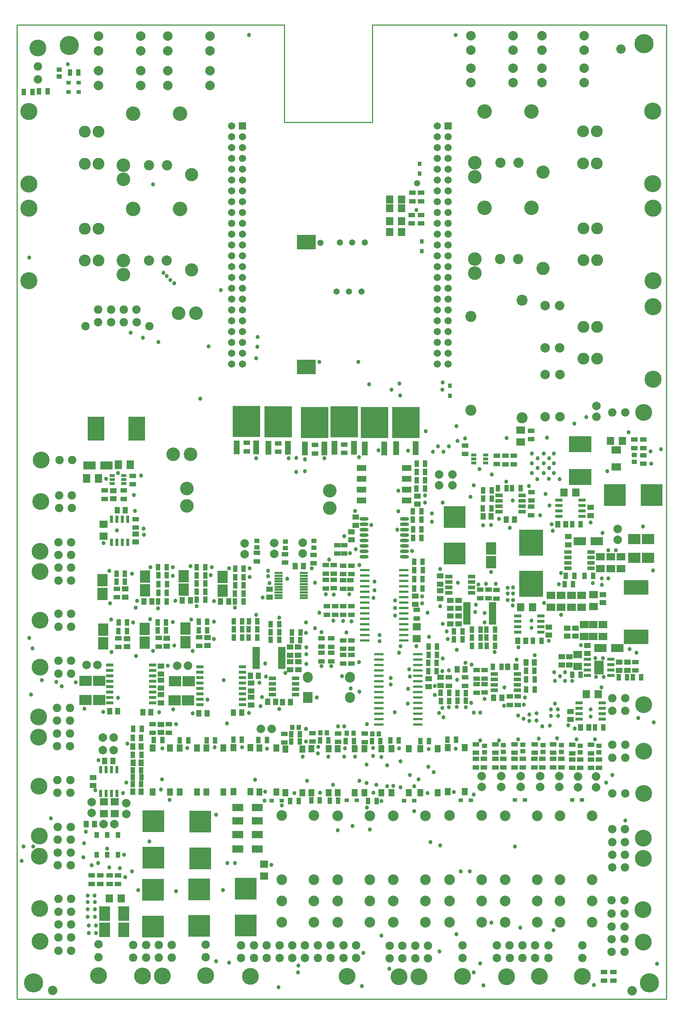
<source format=gts>
G04*
G04 #@! TF.GenerationSoftware,Altium Limited,Altium Designer,18.1.11 (251)*
G04*
G04 Layer_Color=8388736*
%FSLAX25Y25*%
%MOIN*%
G70*
G01*
G75*
%ADD10C,0.01000*%
%ADD39R,0.09000X0.02400*%
%ADD63C,0.03800*%
%ADD64R,0.06509X0.07690*%
%ADD65R,0.04934X0.06312*%
%ADD66R,0.04343X0.06115*%
%ADD67R,0.06312X0.04934*%
%ADD68C,0.08674*%
%ADD69R,0.15761X0.22453*%
%ADD70R,0.06115X0.04343*%
%ADD71R,0.07887X0.06509*%
%ADD72R,0.22847X0.13398*%
%ADD73R,0.04540X0.03162*%
%ADD74R,0.11430X0.07493*%
%ADD75R,0.03162X0.06509*%
%ADD76R,0.06509X0.07887*%
%ADD77R,0.04540X0.04343*%
%ADD78R,0.20485X0.20485*%
%ADD79R,0.07690X0.06509*%
%ADD80R,0.06706X0.02572*%
%ADD81R,0.04343X0.04540*%
%ADD82R,0.06902X0.03359*%
%ADD83R,0.07808X0.02454*%
%ADD84R,0.09698X0.11824*%
%ADD85R,0.06509X0.03162*%
%ADD86R,0.11824X0.09698*%
%ADD87R,0.10249X0.13595*%
%ADD88R,0.17335X0.13398*%
%ADD89R,0.03359X0.04343*%
%ADD90R,0.04343X0.03359*%
%ADD91R,0.05524X0.12611*%
%ADD92R,0.25406X0.29147*%
%ADD93R,0.09068X0.10052*%
%ADD94O,0.09068X0.10052*%
%ADD95R,0.22060X0.24422*%
%ADD96R,0.05721X0.07099*%
%ADD97R,0.03950X0.05524*%
%ADD98O,0.08280X0.03162*%
%ADD99R,0.10249X0.06902*%
%ADD100R,0.08674X0.12611*%
%ADD101R,0.04737X0.02769*%
%ADD102R,0.08871X0.07099*%
%ADD103R,0.20879X0.14580*%
%ADD104R,0.20485X0.20485*%
%ADD105R,0.08832X0.05328*%
%ADD106C,0.06706*%
%ADD107R,0.06706X0.06706*%
%ADD108C,0.07887*%
%ADD109C,0.10249*%
%ADD110C,0.08800*%
%ADD111C,0.12611*%
%ADD112C,0.10958*%
%ADD113C,0.15800*%
%ADD114C,0.07800*%
%ADD115C,0.15600*%
%ADD116C,0.17729*%
%ADD117C,0.09855*%
%ADD118C,0.09461*%
%ADD119C,0.12200*%
%ADD120C,0.13398*%
%ADD121C,0.05800*%
D10*
X347000Y868500D02*
Y958500D01*
Y868500D02*
X428500D01*
Y958500D01*
X700000D01*
Y58500D02*
Y958500D01*
X100000Y58500D02*
X700000D01*
X100000D02*
Y958500D01*
X347000D01*
D39*
X470333Y312261D02*
D03*
Y317261D02*
D03*
Y322261D02*
D03*
Y327261D02*
D03*
Y332261D02*
D03*
Y337261D02*
D03*
Y342261D02*
D03*
Y347261D02*
D03*
Y352261D02*
D03*
Y357261D02*
D03*
Y362261D02*
D03*
Y367261D02*
D03*
Y372261D02*
D03*
Y377261D02*
D03*
X434333D02*
D03*
Y372261D02*
D03*
Y367261D02*
D03*
Y362261D02*
D03*
Y357261D02*
D03*
Y352261D02*
D03*
Y347261D02*
D03*
Y342261D02*
D03*
Y337261D02*
D03*
Y332261D02*
D03*
Y327261D02*
D03*
Y322261D02*
D03*
Y317261D02*
D03*
Y312261D02*
D03*
X421313Y389878D02*
D03*
Y394878D02*
D03*
Y399878D02*
D03*
Y404878D02*
D03*
Y409878D02*
D03*
Y414878D02*
D03*
Y419878D02*
D03*
Y424878D02*
D03*
Y429878D02*
D03*
Y434878D02*
D03*
Y439878D02*
D03*
Y444878D02*
D03*
Y449878D02*
D03*
Y454878D02*
D03*
X457313D02*
D03*
Y449878D02*
D03*
Y444878D02*
D03*
Y439878D02*
D03*
Y434878D02*
D03*
Y429878D02*
D03*
Y424878D02*
D03*
Y419878D02*
D03*
Y414878D02*
D03*
Y409878D02*
D03*
Y404878D02*
D03*
Y399878D02*
D03*
Y394878D02*
D03*
Y389878D02*
D03*
D63*
X348014Y359931D02*
D03*
X522000Y247500D02*
D03*
X588500Y525000D02*
D03*
X672500Y378437D02*
D03*
X180106Y479740D02*
D03*
X217488Y487500D02*
D03*
X615000Y590000D02*
D03*
X301495Y420000D02*
D03*
X403000Y290000D02*
D03*
X538228Y496500D02*
D03*
X514500Y369000D02*
D03*
X498996Y362303D02*
D03*
X519779Y332165D02*
D03*
X429000Y290402D02*
D03*
X378500Y291500D02*
D03*
X332024Y454032D02*
D03*
Y449031D02*
D03*
X333500Y442807D02*
D03*
X296000Y456591D02*
D03*
X185500Y454000D02*
D03*
X266291Y421500D02*
D03*
X230567Y419435D02*
D03*
X209683Y420000D02*
D03*
X260974Y409236D02*
D03*
X282000Y391000D02*
D03*
X222974Y409500D02*
D03*
X210000Y375500D02*
D03*
X245500Y385000D02*
D03*
X392000Y256500D02*
D03*
X368000Y260000D02*
D03*
X241000Y242378D02*
D03*
X436874Y241500D02*
D03*
X592500Y311000D02*
D03*
X640000Y346500D02*
D03*
X563500Y383500D02*
D03*
X587000Y424524D02*
D03*
X602925Y452000D02*
D03*
X678500Y495000D02*
D03*
X687693Y454500D02*
D03*
X641000Y489024D02*
D03*
X595000Y491000D02*
D03*
X646500Y473000D02*
D03*
X645500Y546000D02*
D03*
X366995Y296500D02*
D03*
X552260Y536500D02*
D03*
X526500Y441528D02*
D03*
X569307Y336989D02*
D03*
X505500Y949000D02*
D03*
X284000Y228800D02*
D03*
X416500Y260000D02*
D03*
X597000Y331500D02*
D03*
X558000Y422024D02*
D03*
X187000Y409000D02*
D03*
X223437Y457413D02*
D03*
X260500Y458500D02*
D03*
X665000Y582000D02*
D03*
X314579Y949000D02*
D03*
X626000Y596000D02*
D03*
X477900Y583100D02*
D03*
X507200Y574300D02*
D03*
X552500Y576800D02*
D03*
X589900Y577200D02*
D03*
X688600Y314000D02*
D03*
X691500Y91300D02*
D03*
X531000Y71300D02*
D03*
X418700Y70400D02*
D03*
X179800Y323800D02*
D03*
X262600Y322400D02*
D03*
X288500Y713500D02*
D03*
X325000Y329000D02*
D03*
X449500Y412813D02*
D03*
Y419878D02*
D03*
Y426950D02*
D03*
X568000Y317500D02*
D03*
X601728Y356887D02*
D03*
X175000Y184000D02*
D03*
X185500Y180000D02*
D03*
X195000Y179500D02*
D03*
X169000Y182000D02*
D03*
X161500Y189500D02*
D03*
X241935Y722935D02*
D03*
X238370Y726500D02*
D03*
X245370Y719870D02*
D03*
X235435Y729435D02*
D03*
X277000Y661500D02*
D03*
X269500Y613000D02*
D03*
X585500Y310500D02*
D03*
X563158Y320500D02*
D03*
X493500Y405000D02*
D03*
X497000Y398000D02*
D03*
X506760Y353437D02*
D03*
X392705Y432205D02*
D03*
X413000Y474000D02*
D03*
X416500Y459500D02*
D03*
X385500Y432500D02*
D03*
X390500Y366000D02*
D03*
X381449D02*
D03*
X404500Y397000D02*
D03*
X407814Y470500D02*
D03*
X595752Y122000D02*
D03*
X506000Y118500D02*
D03*
X436874Y117000D02*
D03*
X538668Y543051D02*
D03*
X230700Y665500D02*
D03*
X216500Y669500D02*
D03*
X205000Y674000D02*
D03*
X321000Y650500D02*
D03*
X322500Y670000D02*
D03*
X493500Y628000D02*
D03*
X453500Y627000D02*
D03*
X415500Y647000D02*
D03*
X379500D02*
D03*
X207996Y524000D02*
D03*
X416500Y342500D02*
D03*
X329500Y368500D02*
D03*
X217080Y493113D02*
D03*
X209000Y509500D02*
D03*
X192580Y491550D02*
D03*
X214740Y542000D02*
D03*
X182500Y539050D02*
D03*
X193500Y544550D02*
D03*
X402476Y485998D02*
D03*
X114500Y382500D02*
D03*
X113222Y339722D02*
D03*
X111500Y392000D02*
D03*
X104500Y186000D02*
D03*
X522000Y83000D02*
D03*
X444100Y86600D02*
D03*
X490500Y102500D02*
D03*
X633000Y71500D02*
D03*
X528000Y91500D02*
D03*
X206500Y176500D02*
D03*
X212000Y159000D02*
D03*
X200080Y171000D02*
D03*
X199000Y191748D02*
D03*
X222563Y204000D02*
D03*
X162000Y202500D02*
D03*
X198000Y248939D02*
D03*
X359914Y83000D02*
D03*
X284000Y93500D02*
D03*
X360000Y89500D02*
D03*
X296250Y92250D02*
D03*
X341831Y69500D02*
D03*
X674000Y318000D02*
D03*
X662000Y223500D02*
D03*
X644500Y258500D02*
D03*
X650027Y265473D02*
D03*
X641500Y373500D02*
D03*
X634500D02*
D03*
X601390Y538857D02*
D03*
X580890D02*
D03*
X591618Y539000D02*
D03*
X606500Y352500D02*
D03*
Y360500D02*
D03*
X613063Y352378D02*
D03*
X597000Y352568D02*
D03*
X596500Y360500D02*
D03*
X642000Y356000D02*
D03*
X635000D02*
D03*
X666000Y381878D02*
D03*
X621232Y385378D02*
D03*
X600772Y441811D02*
D03*
X602925Y413563D02*
D03*
X575362Y401500D02*
D03*
X575531Y408012D02*
D03*
X596228Y544437D02*
D03*
Y553437D02*
D03*
Y562500D02*
D03*
X131500Y225500D02*
D03*
X630000Y319500D02*
D03*
X402500Y282500D02*
D03*
X452500Y508996D02*
D03*
X510000Y176500D02*
D03*
X560252Y199500D02*
D03*
X429000Y283000D02*
D03*
X378200Y285500D02*
D03*
X375500Y443057D02*
D03*
X106000Y199500D02*
D03*
X115000D02*
D03*
X141500Y347500D02*
D03*
X291000Y353000D02*
D03*
X446000Y621500D02*
D03*
X400500Y356887D02*
D03*
X463000Y265500D02*
D03*
X469278Y787500D02*
D03*
X409000Y407500D02*
D03*
X490000Y322850D02*
D03*
X449000Y323500D02*
D03*
X461000Y331500D02*
D03*
X445500Y349000D02*
D03*
X586890Y544500D02*
D03*
X575728D02*
D03*
X514063Y576500D02*
D03*
X429500Y249100D02*
D03*
X380000Y249287D02*
D03*
X356500Y248939D02*
D03*
X328878Y241878D02*
D03*
X367000Y308000D02*
D03*
X147000Y922000D02*
D03*
X315000Y456463D02*
D03*
X358000Y545551D02*
D03*
Y558456D02*
D03*
X416000Y559000D02*
D03*
X366000Y546283D02*
D03*
X366200Y557000D02*
D03*
X351000Y558000D02*
D03*
X321229D02*
D03*
X558000Y519000D02*
D03*
X506216Y587716D02*
D03*
X594000Y497000D02*
D03*
X412500Y509500D02*
D03*
X427500Y496563D02*
D03*
X452500Y528000D02*
D03*
X388500Y464500D02*
D03*
X372500Y456551D02*
D03*
X335109Y182600D02*
D03*
X183500Y197500D02*
D03*
X173000Y119500D02*
D03*
X166500D02*
D03*
X173000Y126571D02*
D03*
X166500D02*
D03*
X425500Y626500D02*
D03*
X327000Y429500D02*
D03*
X653500Y473000D02*
D03*
X632000Y442807D02*
D03*
X482000Y203500D02*
D03*
X491000Y200500D02*
D03*
X408500Y345387D02*
D03*
X377000Y337000D02*
D03*
X342437Y326500D02*
D03*
X172500Y251500D02*
D03*
X591728Y549000D02*
D03*
X581228D02*
D03*
X586728Y553500D02*
D03*
X575728D02*
D03*
X591728Y558000D02*
D03*
X581228D02*
D03*
X586728Y562500D02*
D03*
X575728D02*
D03*
X451500Y492000D02*
D03*
X477284Y523900D02*
D03*
X349803Y446697D02*
D03*
X330000Y356500D02*
D03*
X326500Y337500D02*
D03*
X469000Y384340D02*
D03*
X528000Y323000D02*
D03*
X573500Y321500D02*
D03*
X522000Y323000D02*
D03*
X494000Y318850D02*
D03*
X580000Y315700D02*
D03*
X573500Y315500D02*
D03*
X580000Y322500D02*
D03*
X493000Y327500D02*
D03*
X486216Y339609D02*
D03*
X550000Y329500D02*
D03*
X493500Y373000D02*
D03*
X493000Y361500D02*
D03*
X486000Y347969D02*
D03*
X445500Y355000D02*
D03*
X467000Y232000D02*
D03*
Y255000D02*
D03*
X423000Y258000D02*
D03*
Y275000D02*
D03*
X442000Y274500D02*
D03*
Y255000D02*
D03*
X454500Y254000D02*
D03*
X432000Y256500D02*
D03*
X234000Y261500D02*
D03*
X233000Y252000D02*
D03*
X320000Y261000D02*
D03*
X453000Y378437D02*
D03*
X479500Y415500D02*
D03*
X474500Y424000D02*
D03*
Y430500D02*
D03*
X401600Y407924D02*
D03*
X392500Y408012D02*
D03*
X379500Y415512D02*
D03*
X461500Y345000D02*
D03*
X462500Y363000D02*
D03*
X294000Y313000D02*
D03*
X423500Y312500D02*
D03*
Y235500D02*
D03*
X410000Y218500D02*
D03*
X396472Y214500D02*
D03*
X420000Y101000D02*
D03*
X695000Y566500D02*
D03*
X686000Y553000D02*
D03*
X375500Y401000D02*
D03*
X381449Y397563D02*
D03*
X454000Y616000D02*
D03*
X493000Y621500D02*
D03*
X315100Y448550D02*
D03*
X279000Y450000D02*
D03*
X244059Y449590D02*
D03*
X171740Y154000D02*
D03*
X165500D02*
D03*
X172039Y148000D02*
D03*
X165539D02*
D03*
X172000Y134500D02*
D03*
X165539D02*
D03*
Y141500D02*
D03*
X172000D02*
D03*
X123000Y353000D02*
D03*
X136500Y351500D02*
D03*
X322000Y661000D02*
D03*
X499000Y569000D02*
D03*
X494000Y564000D02*
D03*
X489000Y569000D02*
D03*
X484500Y564000D02*
D03*
X434000Y565500D02*
D03*
X321000Y413563D02*
D03*
X407000Y432500D02*
D03*
X416000Y369787D02*
D03*
X111500Y743500D02*
D03*
X435000Y389000D02*
D03*
Y394878D02*
D03*
X454500Y384500D02*
D03*
X485000Y268000D02*
D03*
X471000Y261500D02*
D03*
X480000Y273000D02*
D03*
X201000Y258500D02*
D03*
X163890Y213051D02*
D03*
X175490Y279051D02*
D03*
X154500Y351300D02*
D03*
X430500Y444000D02*
D03*
Y436000D02*
D03*
X429500Y429000D02*
D03*
X282000Y407050D02*
D03*
X244000Y406666D02*
D03*
X207600Y406550D02*
D03*
X280000Y457550D02*
D03*
X244000D02*
D03*
X206500Y451550D02*
D03*
X282000Y426050D02*
D03*
X246500Y426626D02*
D03*
X211000D02*
D03*
X342600Y410943D02*
D03*
X366995Y406500D02*
D03*
X367000Y396827D02*
D03*
X367500Y383500D02*
D03*
Y377000D02*
D03*
Y368000D02*
D03*
X324262Y350850D02*
D03*
X314500Y322750D02*
D03*
X247000Y312350D02*
D03*
X231500Y323350D02*
D03*
X239541Y366350D02*
D03*
X276000Y335300D02*
D03*
X193500Y336800D02*
D03*
X244500Y326300D02*
D03*
X162500Y326800D02*
D03*
X186000Y424050D02*
D03*
X262500Y380291D02*
D03*
X225724Y380000D02*
D03*
X187500Y379000D02*
D03*
X518500Y176500D02*
D03*
X465000Y472500D02*
D03*
X477000Y517000D02*
D03*
X493500D02*
D03*
X483500Y507000D02*
D03*
X519000Y522500D02*
D03*
X522000Y533000D02*
D03*
X483500Y499500D02*
D03*
X573051Y532437D02*
D03*
X555551Y493937D02*
D03*
X583551Y505437D02*
D03*
X530794Y496260D02*
D03*
X545621Y502000D02*
D03*
X538000Y453126D02*
D03*
X454500Y278000D02*
D03*
X503878Y249850D02*
D03*
X426000Y215000D02*
D03*
X344664Y237364D02*
D03*
X329500Y250000D02*
D03*
X202000Y294500D02*
D03*
X247000Y158000D02*
D03*
X290500Y159000D02*
D03*
X301500Y184000D02*
D03*
X294500D02*
D03*
X402500Y310500D02*
D03*
X396937D02*
D03*
X565000Y124331D02*
D03*
X538500Y129000D02*
D03*
X447815Y255575D02*
D03*
X479500Y248939D02*
D03*
X364028Y282500D02*
D03*
X387874D02*
D03*
X412374D02*
D03*
X453000Y290302D02*
D03*
X282767Y291000D02*
D03*
X331136Y289739D02*
D03*
X234600Y290000D02*
D03*
X257367Y290500D02*
D03*
X505488Y289965D02*
D03*
X480320Y289551D02*
D03*
X436874Y282000D02*
D03*
X308000Y291000D02*
D03*
X600000Y320000D02*
D03*
X593425D02*
D03*
X599760Y326000D02*
D03*
X593500D02*
D03*
X506563Y328500D02*
D03*
X514716Y328109D02*
D03*
X499168Y328105D02*
D03*
X506500Y381000D02*
D03*
X541500Y379000D02*
D03*
X553539Y433000D02*
D03*
X558500D02*
D03*
X553520Y427020D02*
D03*
X520000Y367500D02*
D03*
X491000Y421488D02*
D03*
X507614Y443057D02*
D03*
X491000Y455780D02*
D03*
X480776Y393224D02*
D03*
X463000Y356500D02*
D03*
X615500Y308437D02*
D03*
X609500Y311500D02*
D03*
X634000Y298500D02*
D03*
X617000D02*
D03*
X599000Y299500D02*
D03*
X582000Y299000D02*
D03*
X563158Y298500D02*
D03*
X545621Y297500D02*
D03*
X528000D02*
D03*
X498087Y391000D02*
D03*
X523500Y416169D02*
D03*
X532055Y406488D02*
D03*
X532224Y414988D02*
D03*
X524000Y422780D02*
D03*
X542500Y442126D02*
D03*
X533626Y442038D02*
D03*
X568500Y330500D02*
D03*
X532268Y335843D02*
D03*
X630094Y326000D02*
D03*
X550522Y346500D02*
D03*
X561668Y372213D02*
D03*
X578500Y376203D02*
D03*
X591500Y389500D02*
D03*
X558500Y427020D02*
D03*
Y438713D02*
D03*
X553539Y438500D02*
D03*
X640500Y441000D02*
D03*
X646634Y447063D02*
D03*
X640634Y447000D02*
D03*
X592000Y514500D02*
D03*
X630000Y498900D02*
D03*
X384000Y558000D02*
D03*
X527528Y548000D02*
D03*
X685500Y564500D02*
D03*
X461500Y565000D02*
D03*
X225953Y811000D02*
D03*
D64*
X455512Y797000D02*
D03*
X444488D02*
D03*
X455362Y789000D02*
D03*
X444339D02*
D03*
X605488Y526500D02*
D03*
X616512D02*
D03*
X185488Y151500D02*
D03*
X196512D02*
D03*
X637012Y340000D02*
D03*
X625988D02*
D03*
X444315Y777000D02*
D03*
X455339D02*
D03*
Y767000D02*
D03*
X444315D02*
D03*
X565500Y420500D02*
D03*
X576524D02*
D03*
X659339Y574000D02*
D03*
X648315D02*
D03*
D65*
X295684Y425799D02*
D03*
X288204D02*
D03*
X307740Y323000D02*
D03*
X300260D02*
D03*
X185760Y324500D02*
D03*
X193240D02*
D03*
X268260Y322500D02*
D03*
X275740D02*
D03*
X514240Y363000D02*
D03*
X506760D02*
D03*
X331760Y333000D02*
D03*
X339240D02*
D03*
X364764Y458532D02*
D03*
X357283D02*
D03*
X260429Y426972D02*
D03*
X252949D02*
D03*
X224969Y425751D02*
D03*
X217488D02*
D03*
X223836Y323450D02*
D03*
X216356D02*
D03*
X323240Y357273D02*
D03*
X315760D02*
D03*
X188740Y278500D02*
D03*
X181260D02*
D03*
X214740Y291895D02*
D03*
X207260D02*
D03*
X214916Y276713D02*
D03*
X207436D02*
D03*
X214740Y250224D02*
D03*
X207260D02*
D03*
X164260Y220000D02*
D03*
X171740D02*
D03*
X628440Y309500D02*
D03*
X620960D02*
D03*
X552260Y501500D02*
D03*
X559740D02*
D03*
X570539Y369335D02*
D03*
X578020D02*
D03*
X553539Y365439D02*
D03*
X561020D02*
D03*
X548020Y336765D02*
D03*
X540539D02*
D03*
X562760Y389500D02*
D03*
X570240D02*
D03*
X599760Y497000D02*
D03*
X607240D02*
D03*
X530747Y504331D02*
D03*
X538228D02*
D03*
X200240Y510000D02*
D03*
X192760D02*
D03*
X345323Y332760D02*
D03*
X352803D02*
D03*
D66*
X342437Y390390D02*
D03*
X334563D02*
D03*
X342437Y397327D02*
D03*
X334563D02*
D03*
X342437Y404827D02*
D03*
X334563D02*
D03*
X362000Y397118D02*
D03*
X354126D02*
D03*
X361937Y390000D02*
D03*
X354063D02*
D03*
X156937Y914500D02*
D03*
X149063D02*
D03*
X613063Y358269D02*
D03*
X620937D02*
D03*
X656063Y355738D02*
D03*
X663937D02*
D03*
X266252Y449921D02*
D03*
X274126D02*
D03*
X230663Y450063D02*
D03*
X238537D02*
D03*
X230567Y457432D02*
D03*
X238441D02*
D03*
X473770Y508996D02*
D03*
X465896D02*
D03*
X473770Y501559D02*
D03*
X465896D02*
D03*
X473924Y492563D02*
D03*
X466050D02*
D03*
X473924Y484531D02*
D03*
X466050D02*
D03*
X467231Y454642D02*
D03*
X475105D02*
D03*
X467063Y446500D02*
D03*
X474937D02*
D03*
X467063Y462500D02*
D03*
X474937D02*
D03*
X467085Y437724D02*
D03*
X474959D02*
D03*
X534063Y384710D02*
D03*
X541937D02*
D03*
X533858Y392368D02*
D03*
X541732D02*
D03*
X528327Y399891D02*
D03*
X520453D02*
D03*
X528437Y384710D02*
D03*
X520563D02*
D03*
X528327Y392391D02*
D03*
X520453D02*
D03*
X511752Y398224D02*
D03*
X503878D02*
D03*
Y390724D02*
D03*
X511752D02*
D03*
X480369Y384273D02*
D03*
X488243D02*
D03*
X480320Y376588D02*
D03*
X488194D02*
D03*
X480063Y369000D02*
D03*
X487937D02*
D03*
X480063Y361626D02*
D03*
X487937D02*
D03*
X506980Y341067D02*
D03*
X514854D02*
D03*
Y334067D02*
D03*
X506980D02*
D03*
X491626Y341478D02*
D03*
X499500D02*
D03*
X499634Y333906D02*
D03*
X491760D02*
D03*
X353543Y296465D02*
D03*
X361417D02*
D03*
X353563Y303000D02*
D03*
X361437D02*
D03*
X314329Y407617D02*
D03*
X322203D02*
D03*
X314258Y400063D02*
D03*
X322132D02*
D03*
X314258Y392563D02*
D03*
X322132D02*
D03*
X308266Y407617D02*
D03*
X300392D02*
D03*
X308288Y400167D02*
D03*
X300414D02*
D03*
X308288Y392494D02*
D03*
X300414D02*
D03*
X301684Y456299D02*
D03*
X309558D02*
D03*
X301684Y448299D02*
D03*
X309558D02*
D03*
Y440799D02*
D03*
X301684D02*
D03*
X301621Y433299D02*
D03*
X309495D02*
D03*
X309369Y425799D02*
D03*
X301495D02*
D03*
X266252Y457421D02*
D03*
X274126D02*
D03*
Y442421D02*
D03*
X266252D02*
D03*
X266291Y434921D02*
D03*
X274165D02*
D03*
Y427421D02*
D03*
X266291D02*
D03*
X238681Y441881D02*
D03*
X230807D02*
D03*
X230744Y433881D02*
D03*
X238618D02*
D03*
X238441Y425759D02*
D03*
X230567D02*
D03*
X192075Y451557D02*
D03*
X199949D02*
D03*
X192063Y444058D02*
D03*
X199937D02*
D03*
X268063Y399305D02*
D03*
X275937D02*
D03*
X268063Y407305D02*
D03*
X275937D02*
D03*
X230063Y406568D02*
D03*
X237937D02*
D03*
X230063Y399068D02*
D03*
X237937D02*
D03*
X194004Y406389D02*
D03*
X201878D02*
D03*
X193831Y398389D02*
D03*
X201705D02*
D03*
X215437Y308000D02*
D03*
X207563D02*
D03*
X207063Y299894D02*
D03*
X214937D02*
D03*
X207176Y284213D02*
D03*
X215050D02*
D03*
X214937Y269930D02*
D03*
X207063D02*
D03*
X215000Y263430D02*
D03*
X207126D02*
D03*
X207063Y257000D02*
D03*
X214937D02*
D03*
X641882Y309500D02*
D03*
X634008D02*
D03*
X477152Y530117D02*
D03*
X469278D02*
D03*
X477215Y537857D02*
D03*
X469341D02*
D03*
X477284Y545551D02*
D03*
X469410D02*
D03*
X477284Y553051D02*
D03*
X469410D02*
D03*
X120563Y897000D02*
D03*
X128437D02*
D03*
X106563Y896500D02*
D03*
X114437D02*
D03*
X258437Y297563D02*
D03*
X250563D02*
D03*
X533921Y399868D02*
D03*
X541795D02*
D03*
X428063Y296740D02*
D03*
X435937D02*
D03*
X403752Y296909D02*
D03*
X411626D02*
D03*
X380063Y297425D02*
D03*
X387937D02*
D03*
X389063Y241878D02*
D03*
X396937D02*
D03*
X379874Y242000D02*
D03*
X372000D02*
D03*
X360437Y241500D02*
D03*
X352563D02*
D03*
X432437D02*
D03*
X424563D02*
D03*
X505648Y298000D02*
D03*
X497774D02*
D03*
X331073Y297762D02*
D03*
X323199D02*
D03*
X234374Y297787D02*
D03*
X226500D02*
D03*
X283300Y297500D02*
D03*
X275426D02*
D03*
X307937Y298000D02*
D03*
X300063D02*
D03*
X480776Y296740D02*
D03*
X472902D02*
D03*
X452965Y297362D02*
D03*
X445090D02*
D03*
X570563Y344500D02*
D03*
X578437D02*
D03*
X570563Y353923D02*
D03*
X578437D02*
D03*
X578217Y361835D02*
D03*
X570342D02*
D03*
X676937Y355738D02*
D03*
X669063D02*
D03*
X539843Y365439D02*
D03*
X547717D02*
D03*
X632377Y449587D02*
D03*
X624503D02*
D03*
X576870Y389500D02*
D03*
X584744D02*
D03*
X606063Y441811D02*
D03*
X613937D02*
D03*
X607279Y449347D02*
D03*
X615154D02*
D03*
X613063Y497000D02*
D03*
X620937D02*
D03*
X530794Y520850D02*
D03*
X538668D02*
D03*
X552330Y530559D02*
D03*
X544456D02*
D03*
X538424Y511862D02*
D03*
X530550D02*
D03*
X557550Y530413D02*
D03*
X565424D02*
D03*
X538668Y528350D02*
D03*
X530794D02*
D03*
D67*
X352414Y383683D02*
D03*
Y376203D02*
D03*
X359914Y383683D02*
D03*
Y376203D02*
D03*
X360040Y370287D02*
D03*
Y362807D02*
D03*
X352395Y370287D02*
D03*
Y362807D02*
D03*
X603500Y374740D02*
D03*
Y367260D02*
D03*
X610500Y374740D02*
D03*
Y367260D02*
D03*
X608437Y393657D02*
D03*
Y401137D02*
D03*
X616000Y393657D02*
D03*
Y401137D02*
D03*
X627000Y385240D02*
D03*
Y377760D02*
D03*
X413000Y503740D02*
D03*
Y496260D02*
D03*
X409236Y490240D02*
D03*
Y482760D02*
D03*
X470000Y523240D02*
D03*
Y515760D02*
D03*
X468231Y423260D02*
D03*
Y430740D02*
D03*
X491000Y435950D02*
D03*
Y428470D02*
D03*
X508000Y426950D02*
D03*
Y419470D02*
D03*
X500437Y426950D02*
D03*
Y419470D02*
D03*
X507988Y412464D02*
D03*
Y404984D02*
D03*
X500500Y412464D02*
D03*
Y404984D02*
D03*
X491563Y355646D02*
D03*
Y348165D02*
D03*
X480500Y347109D02*
D03*
Y354590D02*
D03*
X333524Y437272D02*
D03*
Y429791D02*
D03*
X200080Y437397D02*
D03*
Y429917D02*
D03*
X276000Y392545D02*
D03*
Y385065D02*
D03*
X238500Y391809D02*
D03*
Y384328D02*
D03*
X201941Y391491D02*
D03*
Y384011D02*
D03*
X316584Y350554D02*
D03*
Y343074D02*
D03*
Y337554D02*
D03*
Y330074D02*
D03*
X233000Y339740D02*
D03*
Y332260D02*
D03*
Y353240D02*
D03*
Y345760D02*
D03*
Y366240D02*
D03*
Y358760D02*
D03*
X170500Y263240D02*
D03*
Y255760D02*
D03*
X609500Y478284D02*
D03*
Y485765D02*
D03*
X491000Y441970D02*
D03*
Y449450D02*
D03*
X233000Y304760D02*
D03*
Y312240D02*
D03*
X611500Y324240D02*
D03*
Y316760D02*
D03*
X664000Y369653D02*
D03*
Y362173D02*
D03*
X656500Y362172D02*
D03*
Y369653D02*
D03*
X591618Y402240D02*
D03*
Y394760D02*
D03*
X641465Y432265D02*
D03*
Y424784D02*
D03*
X630094Y505260D02*
D03*
Y512740D02*
D03*
X189000Y520760D02*
D03*
Y528240D02*
D03*
X209683Y480791D02*
D03*
Y488272D02*
D03*
D68*
X658000Y936000D02*
D03*
X133000Y66500D02*
D03*
X668500Y66000D02*
D03*
D69*
X173299Y585500D02*
D03*
X210701D02*
D03*
D70*
X209683Y501937D02*
D03*
Y494063D02*
D03*
X185760Y164933D02*
D03*
Y172807D02*
D03*
X193500Y164933D02*
D03*
Y172807D02*
D03*
X169000Y164961D02*
D03*
Y172835D02*
D03*
X177000Y164933D02*
D03*
Y172807D02*
D03*
X642500Y83437D02*
D03*
Y75563D02*
D03*
X671500Y361976D02*
D03*
Y369850D02*
D03*
X181000Y520563D02*
D03*
Y528437D02*
D03*
X198760Y520563D02*
D03*
Y528437D02*
D03*
X207000Y541937D02*
D03*
Y534063D02*
D03*
X532224Y341720D02*
D03*
Y349594D02*
D03*
X396000Y470063D02*
D03*
Y477937D02*
D03*
X402476D02*
D03*
Y470063D02*
D03*
X321769Y470827D02*
D03*
Y462953D02*
D03*
X469527Y418039D02*
D03*
Y410165D02*
D03*
X514063Y347969D02*
D03*
Y355842D02*
D03*
X499063Y347969D02*
D03*
Y355842D02*
D03*
X347000Y295563D02*
D03*
Y303437D02*
D03*
X409069Y376411D02*
D03*
Y368537D02*
D03*
X401569Y376411D02*
D03*
Y368537D02*
D03*
X390569Y378411D02*
D03*
Y370537D02*
D03*
X381449Y378437D02*
D03*
Y370563D02*
D03*
X409236Y389937D02*
D03*
Y382063D02*
D03*
X401500Y389937D02*
D03*
Y382063D02*
D03*
X390569Y391780D02*
D03*
Y383906D02*
D03*
X381500Y391937D02*
D03*
Y384063D02*
D03*
X409000Y413551D02*
D03*
Y421425D02*
D03*
X401600Y413563D02*
D03*
Y421437D02*
D03*
X394000Y413551D02*
D03*
Y421425D02*
D03*
X386500Y413551D02*
D03*
Y421425D02*
D03*
X408000Y445437D02*
D03*
Y437563D02*
D03*
X401500Y445437D02*
D03*
Y437563D02*
D03*
X392705Y445870D02*
D03*
Y437996D02*
D03*
X385313Y445732D02*
D03*
Y437858D02*
D03*
X409000Y458937D02*
D03*
Y451063D02*
D03*
X401500Y458937D02*
D03*
Y451063D02*
D03*
X392705Y459512D02*
D03*
Y451638D02*
D03*
X385500Y459500D02*
D03*
Y451626D02*
D03*
X192580Y429720D02*
D03*
Y437594D02*
D03*
X268626Y384868D02*
D03*
Y392742D02*
D03*
X231000Y384132D02*
D03*
Y392005D02*
D03*
X193941Y383889D02*
D03*
Y391763D02*
D03*
X225579Y304563D02*
D03*
Y312437D02*
D03*
X651000Y83437D02*
D03*
Y75563D02*
D03*
X543000Y436425D02*
D03*
Y428551D02*
D03*
X535772Y428773D02*
D03*
Y436647D02*
D03*
X528047Y428773D02*
D03*
Y436647D02*
D03*
X240500Y312437D02*
D03*
Y304563D02*
D03*
X575251Y513350D02*
D03*
Y505476D02*
D03*
X575487Y526937D02*
D03*
Y519063D02*
D03*
X374000Y461063D02*
D03*
Y468937D02*
D03*
X464827Y775063D02*
D03*
Y782937D02*
D03*
X473327Y775063D02*
D03*
Y782937D02*
D03*
Y795563D02*
D03*
Y803437D02*
D03*
X465354Y795563D02*
D03*
Y803437D02*
D03*
X421564Y295941D02*
D03*
Y303815D02*
D03*
X396937Y296063D02*
D03*
Y303937D02*
D03*
X373303Y296425D02*
D03*
Y304299D02*
D03*
X630500Y285563D02*
D03*
Y293437D02*
D03*
X613000Y285563D02*
D03*
Y293437D02*
D03*
X595500Y286063D02*
D03*
Y293937D02*
D03*
X630500Y279937D02*
D03*
Y272063D02*
D03*
X613000Y279937D02*
D03*
Y272063D02*
D03*
X595500Y280437D02*
D03*
Y272563D02*
D03*
X578000Y280437D02*
D03*
Y272563D02*
D03*
X578500Y286063D02*
D03*
Y293937D02*
D03*
X559870Y286063D02*
D03*
Y293937D02*
D03*
Y280437D02*
D03*
Y272563D02*
D03*
X542028Y286063D02*
D03*
Y293937D02*
D03*
X542000Y280500D02*
D03*
Y272626D02*
D03*
X524000Y280437D02*
D03*
Y272563D02*
D03*
Y286063D02*
D03*
Y293937D02*
D03*
X637945Y272063D02*
D03*
Y279937D02*
D03*
X620500Y272063D02*
D03*
Y279937D02*
D03*
X603000Y272563D02*
D03*
Y280437D02*
D03*
X585500Y272563D02*
D03*
Y280437D02*
D03*
X567335Y272563D02*
D03*
Y280437D02*
D03*
X549500Y272563D02*
D03*
Y280437D02*
D03*
X531476Y272563D02*
D03*
Y280437D02*
D03*
X562760Y330130D02*
D03*
Y338004D02*
D03*
X555500D02*
D03*
Y330130D02*
D03*
X524780Y362360D02*
D03*
Y354486D02*
D03*
Y349360D02*
D03*
Y341486D02*
D03*
X532279Y354486D02*
D03*
Y362360D02*
D03*
X347774Y461756D02*
D03*
Y469630D02*
D03*
X678827Y560937D02*
D03*
Y553063D02*
D03*
X670327Y575437D02*
D03*
Y567563D02*
D03*
X543600Y560637D02*
D03*
Y552763D02*
D03*
X514063Y562063D02*
D03*
Y569937D02*
D03*
X559100Y560437D02*
D03*
Y552563D02*
D03*
X551400Y560437D02*
D03*
Y552563D02*
D03*
X678827Y575437D02*
D03*
Y567563D02*
D03*
X575251Y583637D02*
D03*
Y575763D02*
D03*
X375500Y562563D02*
D03*
Y570437D02*
D03*
X402500Y563063D02*
D03*
Y570937D02*
D03*
X341500Y564063D02*
D03*
Y571937D02*
D03*
X312500Y564563D02*
D03*
Y572437D02*
D03*
D71*
X624000Y404409D02*
D03*
Y393385D02*
D03*
X632500Y404409D02*
D03*
Y393385D02*
D03*
X641500Y404632D02*
D03*
Y393609D02*
D03*
X565400Y584012D02*
D03*
Y572988D02*
D03*
X658000Y456013D02*
D03*
Y467036D02*
D03*
X648717Y456115D02*
D03*
Y467139D02*
D03*
X639217Y456115D02*
D03*
Y467139D02*
D03*
X618063Y376781D02*
D03*
Y365757D02*
D03*
X632681Y421013D02*
D03*
Y432036D02*
D03*
X621839Y420513D02*
D03*
Y431536D02*
D03*
X612339Y420513D02*
D03*
Y431536D02*
D03*
X602925Y420513D02*
D03*
Y431536D02*
D03*
X593425Y420513D02*
D03*
Y431536D02*
D03*
D72*
X672000Y393043D02*
D03*
Y438713D02*
D03*
D73*
X188057Y542213D02*
D03*
Y538472D02*
D03*
Y534732D02*
D03*
X198884Y542213D02*
D03*
Y538472D02*
D03*
Y534732D02*
D03*
D74*
X182874Y551500D02*
D03*
X167126D02*
D03*
X620126Y481524D02*
D03*
X635874D02*
D03*
X639126Y382769D02*
D03*
X654874D02*
D03*
D75*
X187606Y480512D02*
D03*
X192606D02*
D03*
X197606D02*
D03*
X202606D02*
D03*
X187606Y501968D02*
D03*
X192606D02*
D03*
X197606D02*
D03*
X202606D02*
D03*
X177500Y248575D02*
D03*
X182500D02*
D03*
X187500D02*
D03*
X192500D02*
D03*
X177500Y270425D02*
D03*
X182500D02*
D03*
X187500D02*
D03*
X192500D02*
D03*
D76*
X164488Y539500D02*
D03*
X175512D02*
D03*
X204957Y552000D02*
D03*
X193933D02*
D03*
D77*
X374329Y481699D02*
D03*
Y475597D02*
D03*
X321769Y475768D02*
D03*
Y481870D02*
D03*
X549500Y286949D02*
D03*
Y293051D02*
D03*
X567413Y287449D02*
D03*
Y293551D02*
D03*
X586000Y286949D02*
D03*
Y293051D02*
D03*
X603000Y286949D02*
D03*
Y293051D02*
D03*
X620500Y286449D02*
D03*
Y292551D02*
D03*
X637945Y286449D02*
D03*
Y292551D02*
D03*
X532055Y286449D02*
D03*
Y292551D02*
D03*
X670327Y561051D02*
D03*
Y554949D02*
D03*
X348274Y481240D02*
D03*
Y475138D02*
D03*
X139000Y917051D02*
D03*
Y910949D02*
D03*
D78*
X504500Y503929D02*
D03*
Y470071D02*
D03*
X225953Y125571D02*
D03*
Y159429D02*
D03*
X268500Y126071D02*
D03*
Y159929D02*
D03*
X311500Y126571D02*
D03*
Y160429D02*
D03*
X269500Y222429D02*
D03*
Y188571D02*
D03*
X226224Y222929D02*
D03*
Y189071D02*
D03*
D79*
X469341Y402613D02*
D03*
Y391590D02*
D03*
X180500Y240849D02*
D03*
Y229825D02*
D03*
X190500Y240849D02*
D03*
Y229825D02*
D03*
X328500Y183012D02*
D03*
Y171988D02*
D03*
X180106Y486228D02*
D03*
Y497252D02*
D03*
D80*
X539311Y405824D02*
D03*
Y408384D02*
D03*
Y410943D02*
D03*
Y413502D02*
D03*
Y416061D02*
D03*
Y418620D02*
D03*
Y421179D02*
D03*
Y423738D02*
D03*
X515689Y405824D02*
D03*
Y408384D02*
D03*
Y410943D02*
D03*
Y413502D02*
D03*
Y416061D02*
D03*
Y418620D02*
D03*
Y421179D02*
D03*
Y423738D02*
D03*
X321229Y382575D02*
D03*
Y380016D02*
D03*
Y377457D02*
D03*
Y374898D02*
D03*
Y372339D02*
D03*
Y369779D02*
D03*
Y367220D02*
D03*
Y364661D02*
D03*
X344851Y382575D02*
D03*
Y380016D02*
D03*
Y377457D02*
D03*
Y374898D02*
D03*
Y372339D02*
D03*
Y369779D02*
D03*
Y367220D02*
D03*
Y364661D02*
D03*
D81*
X354449Y309500D02*
D03*
X360551D02*
D03*
X428449Y303378D02*
D03*
X434551D02*
D03*
X404902Y304173D02*
D03*
X411004D02*
D03*
X380449Y304362D02*
D03*
X386551D02*
D03*
D82*
X357544Y339943D02*
D03*
Y344943D02*
D03*
Y349943D02*
D03*
Y354943D02*
D03*
X336284Y339943D02*
D03*
Y344943D02*
D03*
Y349943D02*
D03*
Y354943D02*
D03*
X499000Y448935D02*
D03*
Y443935D02*
D03*
Y438935D02*
D03*
Y433935D02*
D03*
X520260Y448935D02*
D03*
Y443935D02*
D03*
Y438935D02*
D03*
Y433935D02*
D03*
X566881Y508653D02*
D03*
Y513654D02*
D03*
Y518653D02*
D03*
Y523654D02*
D03*
X545621Y508653D02*
D03*
Y513654D02*
D03*
Y518653D02*
D03*
Y523654D02*
D03*
X541150Y358923D02*
D03*
Y353923D02*
D03*
Y348923D02*
D03*
Y343923D02*
D03*
X562409Y358923D02*
D03*
Y353923D02*
D03*
Y348923D02*
D03*
Y343923D02*
D03*
X630346Y456576D02*
D03*
Y461576D02*
D03*
Y466576D02*
D03*
Y471576D02*
D03*
X609087Y456576D02*
D03*
Y461576D02*
D03*
Y466576D02*
D03*
Y471576D02*
D03*
D83*
X341831Y452047D02*
D03*
Y449488D02*
D03*
Y446929D02*
D03*
Y444370D02*
D03*
Y441811D02*
D03*
Y439252D02*
D03*
Y436693D02*
D03*
Y434134D02*
D03*
Y431575D02*
D03*
Y429016D02*
D03*
X365217Y452047D02*
D03*
Y449488D02*
D03*
Y446929D02*
D03*
Y444370D02*
D03*
Y441811D02*
D03*
Y439252D02*
D03*
Y436693D02*
D03*
Y434134D02*
D03*
Y431575D02*
D03*
Y429016D02*
D03*
D84*
X290121Y448398D02*
D03*
Y435799D02*
D03*
X254189Y449272D02*
D03*
Y436673D02*
D03*
X218500Y448799D02*
D03*
Y436201D02*
D03*
X179000Y445392D02*
D03*
Y432794D02*
D03*
X179941Y399694D02*
D03*
Y387096D02*
D03*
X218000Y400468D02*
D03*
Y387869D02*
D03*
X255815Y400903D02*
D03*
Y388305D02*
D03*
X538000Y474799D02*
D03*
Y462201D02*
D03*
D85*
X269000Y365600D02*
D03*
Y360600D02*
D03*
Y355600D02*
D03*
Y350600D02*
D03*
Y345600D02*
D03*
Y340600D02*
D03*
Y335600D02*
D03*
Y330600D02*
D03*
X308567Y365600D02*
D03*
Y360600D02*
D03*
Y355600D02*
D03*
Y350600D02*
D03*
Y345600D02*
D03*
Y340600D02*
D03*
Y335600D02*
D03*
Y330600D02*
D03*
X185894Y366989D02*
D03*
Y361989D02*
D03*
Y356989D02*
D03*
Y351989D02*
D03*
Y346989D02*
D03*
Y341989D02*
D03*
Y336989D02*
D03*
Y331989D02*
D03*
X225461Y366989D02*
D03*
Y361989D02*
D03*
Y356989D02*
D03*
Y351989D02*
D03*
Y346989D02*
D03*
Y341989D02*
D03*
Y336989D02*
D03*
Y331989D02*
D03*
X648665Y357369D02*
D03*
Y362369D02*
D03*
Y367369D02*
D03*
Y372369D02*
D03*
X627209Y357369D02*
D03*
Y362369D02*
D03*
Y367369D02*
D03*
Y372369D02*
D03*
X562791Y412563D02*
D03*
Y407563D02*
D03*
Y402563D02*
D03*
Y397563D02*
D03*
X584248Y412563D02*
D03*
Y407563D02*
D03*
Y402563D02*
D03*
Y397563D02*
D03*
X600772Y519500D02*
D03*
Y514500D02*
D03*
Y509500D02*
D03*
Y504500D02*
D03*
X622228Y519500D02*
D03*
Y514500D02*
D03*
Y509500D02*
D03*
Y504500D02*
D03*
X619366Y332000D02*
D03*
Y327000D02*
D03*
Y322000D02*
D03*
Y317000D02*
D03*
X640823Y332000D02*
D03*
Y327000D02*
D03*
Y322000D02*
D03*
Y317000D02*
D03*
D86*
X245701Y334427D02*
D03*
X258299D02*
D03*
X246201Y352000D02*
D03*
X258799D02*
D03*
X163439Y334814D02*
D03*
X176037D02*
D03*
X163502Y352568D02*
D03*
X176100D02*
D03*
X683228Y466000D02*
D03*
X670630D02*
D03*
X683228Y483500D02*
D03*
X670630D02*
D03*
D87*
X198760Y137500D02*
D03*
X181240D02*
D03*
X198760Y122500D02*
D03*
X181240D02*
D03*
D88*
X367500Y757677D02*
D03*
Y642323D02*
D03*
D89*
X472300Y821072D02*
D03*
Y830128D02*
D03*
X500000Y625028D02*
D03*
Y615972D02*
D03*
X474100Y758428D02*
D03*
Y749372D02*
D03*
D90*
X147972Y905000D02*
D03*
X157028D02*
D03*
X147972Y896500D02*
D03*
X157028D02*
D03*
X457972Y241878D02*
D03*
X467028D02*
D03*
X519307Y242000D02*
D03*
X510252D02*
D03*
X569307Y242500D02*
D03*
X560252D02*
D03*
X612984D02*
D03*
X622039D02*
D03*
X335609Y241878D02*
D03*
X344664D02*
D03*
X414028Y242000D02*
D03*
X404972D02*
D03*
D91*
X421553Y567181D02*
D03*
X439506D02*
D03*
X468476Y567358D02*
D03*
X450524D02*
D03*
X303053Y568181D02*
D03*
X321006D02*
D03*
X332553Y567858D02*
D03*
X350506D02*
D03*
X366053Y567181D02*
D03*
X384006D02*
D03*
X393500Y567858D02*
D03*
X411453D02*
D03*
D92*
X430529Y591000D02*
D03*
X459500Y591177D02*
D03*
X312029Y592000D02*
D03*
X341529Y591677D02*
D03*
X375029Y591000D02*
D03*
X402476Y591677D02*
D03*
D93*
X368838Y337000D02*
D03*
D94*
X407814D02*
D03*
X368838Y355701D02*
D03*
X407814D02*
D03*
D95*
X575000Y480213D02*
D03*
Y442024D02*
D03*
D96*
X513835Y250224D02*
D03*
X498087D02*
D03*
Y290776D02*
D03*
X513835D02*
D03*
X396555Y289776D02*
D03*
X412303D02*
D03*
Y249224D02*
D03*
X396555D02*
D03*
X372252Y289839D02*
D03*
X388000D02*
D03*
Y249287D02*
D03*
X372252D02*
D03*
X488650Y289839D02*
D03*
X472902D02*
D03*
Y249287D02*
D03*
X488650D02*
D03*
X462000Y289839D02*
D03*
X446252D02*
D03*
Y249287D02*
D03*
X462000D02*
D03*
X315874Y290701D02*
D03*
X300126D02*
D03*
Y250150D02*
D03*
X315874D02*
D03*
X290874Y290339D02*
D03*
X275126D02*
D03*
Y249787D02*
D03*
X290874D02*
D03*
X266374Y290402D02*
D03*
X250626D02*
D03*
Y249850D02*
D03*
X266374D02*
D03*
X241327Y290402D02*
D03*
X225579D02*
D03*
Y249850D02*
D03*
X241327D02*
D03*
X339748Y290339D02*
D03*
X324000D02*
D03*
Y249787D02*
D03*
X339748D02*
D03*
X421126Y249224D02*
D03*
X436874D02*
D03*
Y289776D02*
D03*
X421126D02*
D03*
X348000Y249000D02*
D03*
X363748D02*
D03*
Y289551D02*
D03*
X348000D02*
D03*
D97*
X173658Y191748D02*
D03*
X183500D02*
D03*
X193342D02*
D03*
X173658Y210252D02*
D03*
X183500D02*
D03*
X193342D02*
D03*
D98*
X458201Y467000D02*
D03*
Y472000D02*
D03*
Y477000D02*
D03*
Y482000D02*
D03*
Y487000D02*
D03*
Y492000D02*
D03*
Y497000D02*
D03*
Y502000D02*
D03*
X420799Y467000D02*
D03*
Y472000D02*
D03*
Y477000D02*
D03*
Y482000D02*
D03*
Y487000D02*
D03*
Y492000D02*
D03*
Y497000D02*
D03*
Y502000D02*
D03*
D99*
X304121Y210400D02*
D03*
X322121D02*
D03*
X304121Y235500D02*
D03*
X322121D02*
D03*
X304121Y223000D02*
D03*
X322121D02*
D03*
X304121Y197000D02*
D03*
X322121D02*
D03*
D100*
X637937Y364869D02*
D03*
D101*
X522268Y561291D02*
D03*
Y557551D02*
D03*
Y553811D02*
D03*
X533291Y561291D02*
D03*
Y557551D02*
D03*
Y553811D02*
D03*
D102*
X653827Y565776D02*
D03*
Y550224D02*
D03*
D103*
X620327Y540941D02*
D03*
Y571059D02*
D03*
D104*
X686429Y524000D02*
D03*
X652571D02*
D03*
D105*
X418500Y519000D02*
D03*
Y529000D02*
D03*
Y539000D02*
D03*
Y549000D02*
D03*
X459996Y519000D02*
D03*
Y529000D02*
D03*
Y539000D02*
D03*
Y549000D02*
D03*
D106*
X298400Y645200D02*
D03*
X308400D02*
D03*
X298400Y655200D02*
D03*
X308400D02*
D03*
X298400Y665200D02*
D03*
X308400D02*
D03*
X298400Y675200D02*
D03*
X308400D02*
D03*
X298400Y685200D02*
D03*
X308400D02*
D03*
X298400Y695200D02*
D03*
X308400D02*
D03*
X298400Y705200D02*
D03*
X308400D02*
D03*
X298400Y715200D02*
D03*
X308400D02*
D03*
X298400Y725200D02*
D03*
X308400D02*
D03*
X298400Y735200D02*
D03*
X308400D02*
D03*
X298400Y745200D02*
D03*
X308400D02*
D03*
X298400Y755200D02*
D03*
X308400D02*
D03*
X298400Y765200D02*
D03*
X308400D02*
D03*
X298400Y775200D02*
D03*
X308400D02*
D03*
X298400Y785200D02*
D03*
X308400D02*
D03*
X298400Y795200D02*
D03*
X308400D02*
D03*
X298400Y805200D02*
D03*
X308400D02*
D03*
X298400Y815200D02*
D03*
X308400D02*
D03*
X298400Y825200D02*
D03*
X308400D02*
D03*
X298400Y835200D02*
D03*
X308400D02*
D03*
X298400Y845200D02*
D03*
X308400D02*
D03*
X298400Y855200D02*
D03*
X308400D02*
D03*
X298400Y865200D02*
D03*
X488400D02*
D03*
X498400Y855200D02*
D03*
X488400D02*
D03*
X498400Y845200D02*
D03*
X488400D02*
D03*
X498400Y835200D02*
D03*
X488400D02*
D03*
X498400Y825200D02*
D03*
X488400D02*
D03*
X498400Y815200D02*
D03*
X488400D02*
D03*
X498400Y805200D02*
D03*
X488400D02*
D03*
X498400Y795200D02*
D03*
X488400D02*
D03*
X498400Y785200D02*
D03*
X488400D02*
D03*
X498400Y775200D02*
D03*
X488400D02*
D03*
X498400Y765200D02*
D03*
X488400D02*
D03*
X498400Y755200D02*
D03*
X488400D02*
D03*
X498400Y745200D02*
D03*
X488400D02*
D03*
X498400Y735200D02*
D03*
X488400D02*
D03*
X498400Y725200D02*
D03*
X488400D02*
D03*
X498400Y715200D02*
D03*
X488400D02*
D03*
X498400Y705200D02*
D03*
X488400D02*
D03*
X498400Y695200D02*
D03*
X488400D02*
D03*
X498400Y685200D02*
D03*
X488400D02*
D03*
X498400Y675200D02*
D03*
X488400D02*
D03*
X498400Y665200D02*
D03*
X488400D02*
D03*
X498400Y655200D02*
D03*
X488400D02*
D03*
X498400Y645200D02*
D03*
X488400D02*
D03*
D107*
X308400Y865200D02*
D03*
X498400D02*
D03*
D108*
X180000Y220000D02*
D03*
X190000D02*
D03*
X258000Y366321D02*
D03*
X248000D02*
D03*
X174600Y366989D02*
D03*
X164600D02*
D03*
X635500Y596500D02*
D03*
Y606500D02*
D03*
X490000Y533000D02*
D03*
Y543000D02*
D03*
X502500Y533051D02*
D03*
Y543051D02*
D03*
X179439Y288500D02*
D03*
X189439D02*
D03*
X189500Y300000D02*
D03*
X179500D02*
D03*
X169000Y240500D02*
D03*
Y230500D02*
D03*
X201000Y239500D02*
D03*
Y229500D02*
D03*
X364000Y470000D02*
D03*
Y480000D02*
D03*
X337676Y469689D02*
D03*
Y479689D02*
D03*
X310630Y469352D02*
D03*
Y479352D02*
D03*
X325500Y308000D02*
D03*
X335500D02*
D03*
X635000Y254000D02*
D03*
Y264000D02*
D03*
X618445D02*
D03*
Y254000D02*
D03*
X601000Y254500D02*
D03*
Y264500D02*
D03*
X583551Y254500D02*
D03*
Y264500D02*
D03*
X565370Y254500D02*
D03*
Y264500D02*
D03*
X547500Y254500D02*
D03*
Y264500D02*
D03*
X529500Y254500D02*
D03*
Y264500D02*
D03*
X655000Y482760D02*
D03*
Y492760D02*
D03*
D109*
X566844Y595413D02*
D03*
Y704075D02*
D03*
X519600Y689114D02*
D03*
Y602500D02*
D03*
D110*
X519500Y918500D02*
D03*
X558500D02*
D03*
X519500Y905000D02*
D03*
X558500D02*
D03*
X601728Y635500D02*
D03*
Y596500D02*
D03*
X588228D02*
D03*
Y635500D02*
D03*
X601500Y699000D02*
D03*
Y660000D02*
D03*
X588000D02*
D03*
Y699000D02*
D03*
X624000Y905000D02*
D03*
X585000D02*
D03*
Y918500D02*
D03*
X624000D02*
D03*
Y935000D02*
D03*
X585000D02*
D03*
Y948500D02*
D03*
X624000D02*
D03*
X558500Y935000D02*
D03*
X519500D02*
D03*
Y948500D02*
D03*
X558500D02*
D03*
X239500Y948000D02*
D03*
X278500D02*
D03*
Y934500D02*
D03*
X239500D02*
D03*
X239437Y916000D02*
D03*
X278437D02*
D03*
Y902500D02*
D03*
X239437D02*
D03*
X175437Y916000D02*
D03*
X214437D02*
D03*
Y902500D02*
D03*
X175437D02*
D03*
X175500Y948000D02*
D03*
X214500D02*
D03*
Y934500D02*
D03*
X175500D02*
D03*
D111*
X389000Y528000D02*
D03*
Y512000D02*
D03*
X249500Y692000D02*
D03*
X265500D02*
D03*
X260500Y561728D02*
D03*
X244500D02*
D03*
X257000Y514116D02*
D03*
Y530117D02*
D03*
X198445Y740862D02*
D03*
Y727870D02*
D03*
X198541Y828862D02*
D03*
Y815870D02*
D03*
X523169Y831000D02*
D03*
Y818008D02*
D03*
X523000Y742000D02*
D03*
Y729008D02*
D03*
D112*
X162820Y740799D02*
D03*
X175339Y770299D02*
D03*
Y740799D02*
D03*
X162820Y770299D02*
D03*
X636020Y679500D02*
D03*
X623500Y650000D02*
D03*
Y679500D02*
D03*
X636020Y650000D02*
D03*
X636000Y770500D02*
D03*
X623480Y741000D02*
D03*
Y770500D02*
D03*
X636000Y741000D02*
D03*
X635803Y860000D02*
D03*
X623283Y830500D02*
D03*
Y860000D02*
D03*
X635803Y830500D02*
D03*
X162803Y830299D02*
D03*
X175323Y859799D02*
D03*
Y830299D02*
D03*
X162803Y859799D02*
D03*
D113*
X111127Y722098D02*
D03*
Y789000D02*
D03*
X687713Y698201D02*
D03*
Y631299D02*
D03*
X687693Y789201D02*
D03*
Y722299D02*
D03*
X687496Y878701D02*
D03*
Y811799D02*
D03*
X111110Y811598D02*
D03*
Y878500D02*
D03*
D114*
X307149Y108300D02*
D03*
X319049D02*
D03*
X354449D02*
D03*
X342649D02*
D03*
X366249D02*
D03*
X330849D02*
D03*
Y96500D02*
D03*
X366249D02*
D03*
X342649D02*
D03*
X354449D02*
D03*
X319049D02*
D03*
X378249D02*
D03*
X378049Y108300D02*
D03*
X389849D02*
D03*
Y96500D02*
D03*
X307149D02*
D03*
X401649D02*
D03*
X413449D02*
D03*
Y108300D02*
D03*
X401649D02*
D03*
X511752D02*
D03*
Y96500D02*
D03*
X622500D02*
D03*
Y108300D02*
D03*
X662000Y324700D02*
D03*
Y336500D02*
D03*
X650200D02*
D03*
Y324700D02*
D03*
X187100Y683700D02*
D03*
X175300D02*
D03*
Y695500D02*
D03*
X187100D02*
D03*
X198900D02*
D03*
Y683700D02*
D03*
X210700D02*
D03*
X210500Y695500D02*
D03*
X222500Y680000D02*
D03*
X163500D02*
D03*
X139500Y556500D02*
D03*
X151300D02*
D03*
X150300Y151000D02*
D03*
X138500D02*
D03*
Y139000D02*
D03*
X150300Y139200D02*
D03*
Y127400D02*
D03*
X138500D02*
D03*
Y115600D02*
D03*
Y103300D02*
D03*
X150300D02*
D03*
Y115600D02*
D03*
X149749Y193900D02*
D03*
Y182100D02*
D03*
X137949D02*
D03*
Y193900D02*
D03*
Y217500D02*
D03*
Y205700D02*
D03*
X149749D02*
D03*
Y217500D02*
D03*
X149363Y260900D02*
D03*
Y249100D02*
D03*
X137563D02*
D03*
Y260900D02*
D03*
X149000Y303900D02*
D03*
Y292100D02*
D03*
X137200D02*
D03*
Y303900D02*
D03*
Y327500D02*
D03*
Y315700D02*
D03*
X149000D02*
D03*
Y327500D02*
D03*
X150300Y371000D02*
D03*
Y359200D02*
D03*
X138500D02*
D03*
Y371000D02*
D03*
X150300Y414312D02*
D03*
Y402512D02*
D03*
X138500D02*
D03*
Y414312D02*
D03*
X150300Y457024D02*
D03*
Y445224D02*
D03*
X138500D02*
D03*
Y457024D02*
D03*
Y480624D02*
D03*
Y468824D02*
D03*
X150300D02*
D03*
Y480624D02*
D03*
X150800Y523900D02*
D03*
Y512100D02*
D03*
X139000D02*
D03*
Y523900D02*
D03*
X175323Y97200D02*
D03*
Y109000D02*
D03*
X231200Y108500D02*
D03*
X243000D02*
D03*
Y96700D02*
D03*
X231200D02*
D03*
X207600D02*
D03*
X219400D02*
D03*
Y108500D02*
D03*
X207600D02*
D03*
X274500Y108800D02*
D03*
Y97000D02*
D03*
X468100Y107800D02*
D03*
X479900D02*
D03*
Y96000D02*
D03*
X468100D02*
D03*
X444500D02*
D03*
X456300D02*
D03*
Y107800D02*
D03*
X444500D02*
D03*
X543500Y108300D02*
D03*
Y96500D02*
D03*
X555500D02*
D03*
X555300Y108300D02*
D03*
X567100D02*
D03*
Y96500D02*
D03*
X578900D02*
D03*
X591200D02*
D03*
Y108300D02*
D03*
X578900D02*
D03*
X650200Y248500D02*
D03*
X662000D02*
D03*
X649527Y102000D02*
D03*
X661327D02*
D03*
Y114000D02*
D03*
X649527Y113800D02*
D03*
Y125600D02*
D03*
X661327D02*
D03*
Y137400D02*
D03*
Y149700D02*
D03*
X649527D02*
D03*
Y137400D02*
D03*
X650027Y203600D02*
D03*
Y215400D02*
D03*
X661827D02*
D03*
Y203600D02*
D03*
Y180000D02*
D03*
Y191800D02*
D03*
X650027D02*
D03*
Y180000D02*
D03*
X650200Y281549D02*
D03*
Y293349D02*
D03*
X662000D02*
D03*
Y281549D02*
D03*
X650200Y600500D02*
D03*
X662000D02*
D03*
X119500Y908200D02*
D03*
Y920000D02*
D03*
D115*
X315649Y79500D02*
D03*
X405049D02*
D03*
X511752D02*
D03*
X622500D02*
D03*
X679000Y330600D02*
D03*
X122500Y556500D02*
D03*
X121000Y142000D02*
D03*
X121500Y111700D02*
D03*
X120949Y190500D02*
D03*
Y209000D02*
D03*
X120563Y255000D02*
D03*
X120200Y300500D02*
D03*
Y319000D02*
D03*
X121500Y365100D02*
D03*
Y408412D02*
D03*
Y453624D02*
D03*
Y472124D02*
D03*
X122000Y518000D02*
D03*
X175323Y80200D02*
D03*
X234600Y79700D02*
D03*
X216100D02*
D03*
X274500Y80000D02*
D03*
X471500Y79000D02*
D03*
X453000D02*
D03*
X552500D02*
D03*
X582800Y79500D02*
D03*
X679000Y248500D02*
D03*
X678827Y111000D02*
D03*
X678327Y141300D02*
D03*
X678827Y207000D02*
D03*
Y188500D02*
D03*
X679000Y287449D02*
D03*
Y600500D02*
D03*
X119500Y937000D02*
D03*
D116*
X115500Y73500D02*
D03*
X684500D02*
D03*
X679500Y941000D02*
D03*
X148500Y939500D02*
D03*
D117*
X601780Y129528D02*
D03*
X631307D02*
D03*
X601780Y149213D02*
D03*
X631307D02*
D03*
X601780Y168898D02*
D03*
X631307D02*
D03*
Y227953D02*
D03*
X601780D02*
D03*
X551279Y129528D02*
D03*
X580807D02*
D03*
X551279Y149213D02*
D03*
X580807D02*
D03*
X551279Y168898D02*
D03*
X580807D02*
D03*
Y227953D02*
D03*
X551279D02*
D03*
X499780Y129575D02*
D03*
X529307D02*
D03*
X499780Y149260D02*
D03*
X529307D02*
D03*
X499780Y168945D02*
D03*
X529307D02*
D03*
Y228000D02*
D03*
X499780D02*
D03*
X447780Y129528D02*
D03*
X477307D02*
D03*
X447780Y149213D02*
D03*
X477307D02*
D03*
X447780Y168898D02*
D03*
X477307D02*
D03*
Y227953D02*
D03*
X447780D02*
D03*
X396472Y129500D02*
D03*
X426000D02*
D03*
X396472Y149185D02*
D03*
X426000D02*
D03*
X396472Y168870D02*
D03*
X426000D02*
D03*
Y227925D02*
D03*
X396472D02*
D03*
X344972Y129575D02*
D03*
X374500D02*
D03*
X344972Y149260D02*
D03*
X374500D02*
D03*
X344972Y168945D02*
D03*
X374500D02*
D03*
Y228000D02*
D03*
X344972D02*
D03*
D118*
X238602Y740862D02*
D03*
X222067D02*
D03*
X238699Y828862D02*
D03*
X222163D02*
D03*
X563327Y831000D02*
D03*
X546791D02*
D03*
X563158Y742000D02*
D03*
X546622D02*
D03*
D119*
X261437Y732201D02*
D03*
X261533Y820201D02*
D03*
X586161Y822339D02*
D03*
X585992Y733339D02*
D03*
D120*
X250807Y788500D02*
D03*
X207500D02*
D03*
X250903Y876500D02*
D03*
X207596D02*
D03*
X575531Y878638D02*
D03*
X532224D02*
D03*
X575362Y789638D02*
D03*
X532055D02*
D03*
D121*
X469949Y812000D02*
D03*
X418386Y712000D02*
D03*
X406886D02*
D03*
X395386D02*
D03*
X421449Y757500D02*
D03*
X409949D02*
D03*
X398386D02*
D03*
X380449Y757000D02*
D03*
M02*

</source>
